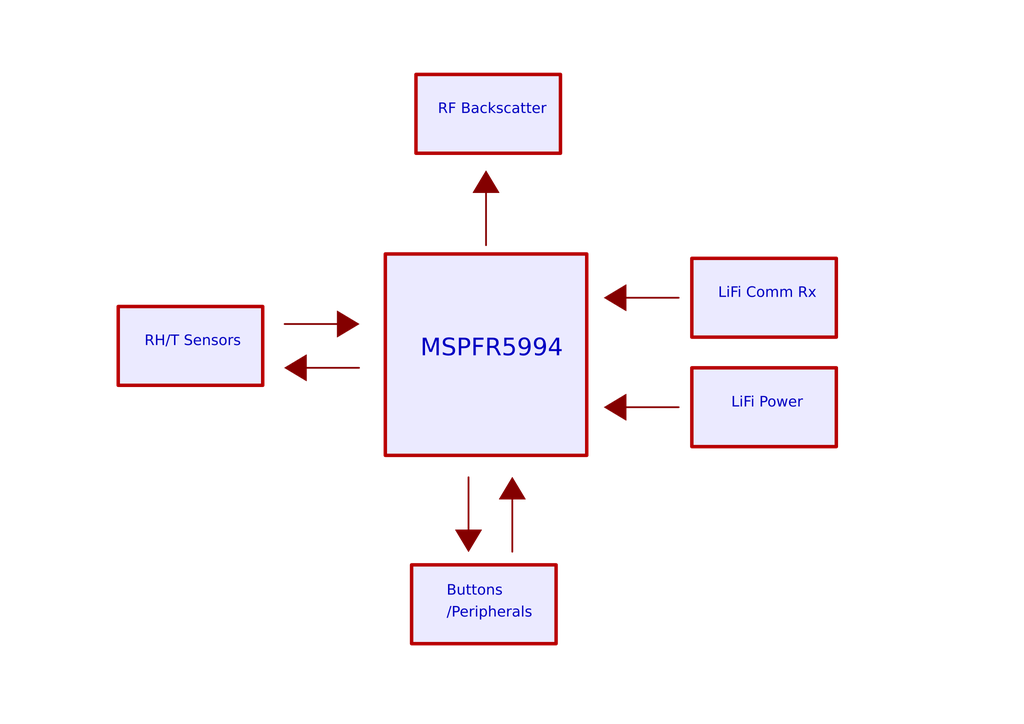
<source format=kicad_sch>
(kicad_sch (version 20230121) (generator eeschema)
  (paper "A4")
  (title_block (title "GGH_LiFi_Receiver") (date "2024-01-25") (rev "1") (company "Sponsoring Lab: jLab in Smart Sensing") (comment 1 "Drawn by: Matthew Kaltman"))
  (lib_symbols
    (symbol "Graphic:SYM_Arrow_XLarge" (in_bom no) (on_board no)
      (symbol "SYM_Arrow_XLarge_0_1"
        (polyline (pts (xy 2.54 0) (xy -13.97 0)) (stroke (width 0.508)))
        (polyline (pts (xy 7.62 0) (xy 1.27 -3.81) (xy 1.27 3.81) (xy 7.62 0)) (fill (type outline)))
      )
    )
  )
  (rectangle (start 119.38 163.83) (end 161.29 186.69) (stroke (width 1) (color 182 0 1 1)) (fill (type color) (color 235 234 255 1)))
  (rectangle (start 200.66 74.93) (end 242.57 97.79) (stroke (width 1) (color 182 0 1 1)) (fill (type color) (color 235 234 255 1)))
  (rectangle (start 34.29 88.9) (end 76.2 111.76) (stroke (width 1) (color 182 0 1 1)) (fill (type color) (color 235 234 255 1)))
  (rectangle (start 111.76 73.66) (end 170.18 132.08) (stroke (width 1) (color 182 0 1 1)) (fill (type color) (color 235 234 255 1)))
  (rectangle (start 120.65 21.59) (end 162.56 44.45) (stroke (width 1) (color 182 0 1 1)) (fill (type color) (color 235 234 255 1)))
  (rectangle (start 200.66 106.68) (end 242.57 129.54) (stroke (width 1) (color 182 0 1 1)) (fill (type color) (color 235 234 255 1)))
  (text "RH/T Sensors" (at 41.91 101.6 0) (effects (font (size 3 3)) (justify left bottom)))
  (text "/Peripherals\n" (at 129.54 180.34 0) (effects (font (size 3 3)) (justify left bottom)))
  (text "LiFi Comm Rx\n" (at 208.28 87.63 0) (effects (font (size 3 3)) (justify left bottom)))
  (text "MSPFR5994\n" (at 121.92 105.41 0) (effects (font (size 5 5)) (justify left bottom)))
  (text "RF Backscatter\n" (at 127 34.29 0) (effects (font (size 3 3)) (justify left bottom)))
  (text "Buttons" (at 129.54 173.99 0) (effects (font (size 3 3)) (justify left bottom)))
  (text "LiFi Power \n\n" (at 212.09 124.46 0) (effects (font (size 3 3)) (justify left bottom)))
  (symbol (lib_id "Graphic:SYM_Arrow_XLarge") (at 96.52 93.98 0) (unit 1) (in_bom no) (on_board no)
    (property "Reference" "#SYM1" (effects hide))
    (property "Value" "SYM_Arrow_XLarge" (effects hide))
    (property "Sim.Enable" "0" (effects hide))
  )
  (symbol (lib_id "Graphic:SYM_Arrow_XLarge") (at 140.97 57.15 90) (unit 1) (in_bom no) (on_board no)
    (property "Reference" "#SYM4" (effects hide))
    (property "Value" "SYM_Arrow_XLarge" (effects hide))
    (property "Sim.Enable" "0" (effects hide))
  )
  (symbol (lib_id "Graphic:SYM_Arrow_XLarge") (at 90.17 106.68 0) (mirror y) (unit 1) (in_bom no) (on_board no)
    (property "Reference" "#SYM2" (effects hide))
    (property "Value" "SYM_Arrow_XLarge" (effects hide))
    (property "Sim.Enable" "0" (effects hide))
  )
  (symbol (lib_id "Graphic:SYM_Arrow_XLarge") (at 182.88 86.36 0) (mirror y) (unit 1) (in_bom no) (on_board no)
    (property "Reference" "#SYM3" (effects hide))
    (property "Value" "SYM_Arrow_XLarge" (effects hide))
    (property "Sim.Enable" "0" (effects hide))
  )
  (symbol (lib_id "Graphic:SYM_Arrow_XLarge") (at 148.59 146.05 90) (unit 1) (in_bom no) (on_board no)
    (property "Reference" "#SYM6" (effects hide))
    (property "Value" "SYM_Arrow_XLarge" (effects hide))
    (property "Sim.Enable" "0" (effects hide))
  )
  (symbol (lib_id "Graphic:SYM_Arrow_XLarge") (at 135.89 152.4 270) (unit 1) (in_bom no) (on_board no)
    (property "Reference" "#SYM7" (effects hide))
    (property "Value" "SYM_Arrow_XLarge" (effects hide))
    (property "Sim.Enable" "0" (effects hide))
  )
  (symbol (lib_id "Graphic:SYM_Arrow_XLarge") (at 182.88 118.11 0) (mirror y) (unit 1) (in_bom no) (on_board no)
    (property "Reference" "#SYM5" (effects hide))
    (property "Value" "SYM_Arrow_XLarge" (effects hide))
    (property "Sim.Enable" "0" (effects hide))
  )
  (sheet (at 360.68 231.14) (size 276.86 189.23) (stroke (width 0.1524))
    (property "Sheetname" "MSP430FR5994" (at 360.68 230.4284 0) (effects (font (size 1 1)) (justify left bottom)))
    (property "Sheetfile" "MSP430FR5994.kicad_sch" (at 360.68 420.9546 0) (effects (font (size 1 1)) (justify left top)))
  )
  (sheet (at 13.97 -234.95) (size 276.86 187.96) (stroke (width 0.1524))
    (property "Sheetname" "RF_Backscatter" (at 13.97 -235.6616 0) (effects (font (size 1 1)) (justify left bottom)))
    (property "Sheetfile" "RF_Backscatter.kicad_sch" (at 13.97 -46.4054 0) (effects (font (size 1 1)) (justify left top)))
  )
  (sheet (at -346.71 11.43) (size 276.86 189.23) (stroke (width 0.1524))
    (property "Sheetname" "RHT Sensors" (at -346.71 10.7184 0) (effects (font (size 1 1)) (justify left bottom)))
    (property "Sheetfile" "RHT_Sensors.kicad_sch" (at -346.71 201.2446 0) (effects (font (size 1 1)) (justify left top)))
  )
  (sheet (at 358.14 11.43) (size 276.86 187.96) (stroke (width 0.1524))
    (property "Sheetname" "LiFi_Receiver_and_Power" (at 358.14 10.7184 0) (effects (font (size 1 1)) (justify left bottom)))
    (property "Sheetfile" "ReceiverAndPower.kicad_sch" (at 358.14 199.9746 0) (effects (font (size 1 1)) (justify left top)))
  )
  (sheet (at 12.7 231.14) (size 275.59 189.23) (stroke (width 0.1524))
    (property "Sheetname" "Peripherals" (at 12.7 230.4284 0) (effects (font (size 1 1)) (justify left bottom)))
    (property "Sheetfile" "Peripherals.kicad_sch" (at 12.7 420.9546 0) (effects (font (size 1 1)) (justify left top)))
  )
)
</source>
